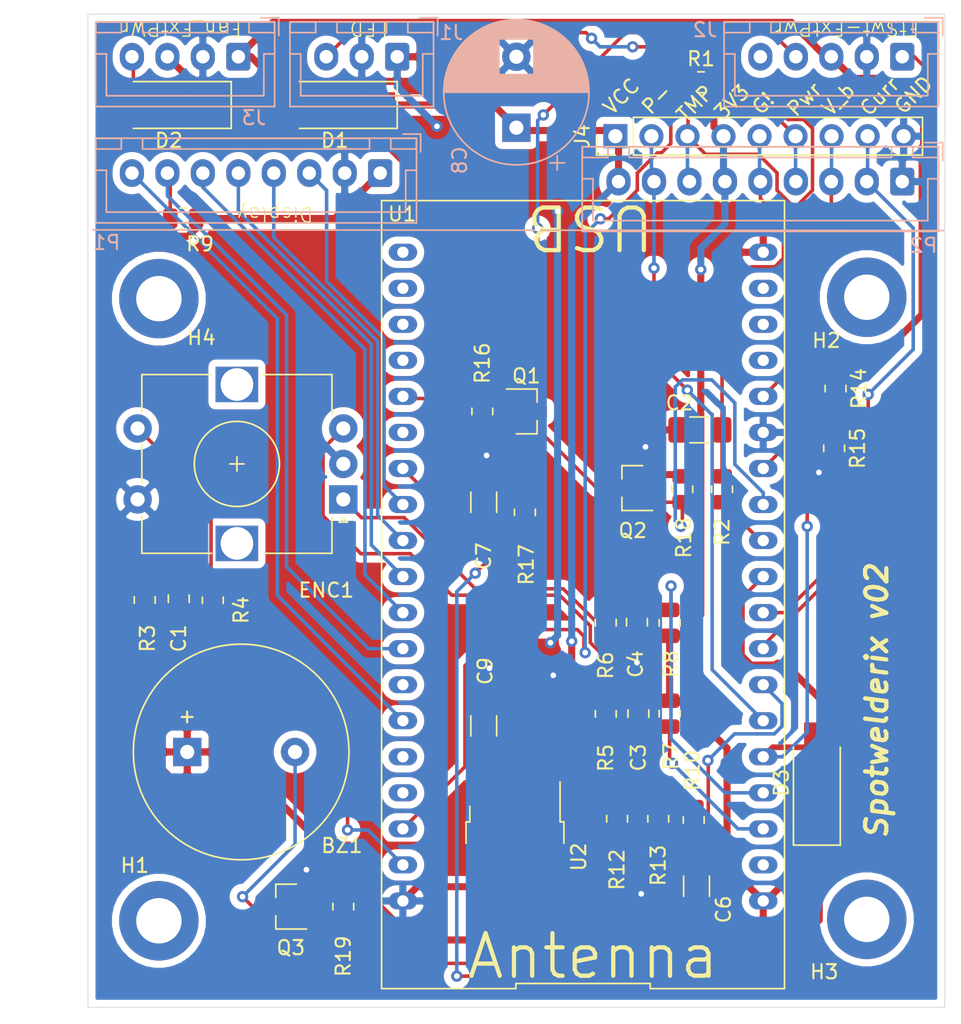
<source format=kicad_pcb>
(kicad_pcb (version 20171130) (host pcbnew "(5.1.9)-1")
  (title_block (title "Spotwelderix controlboard") (date 2021-01-30) (rev v01))
  (layers (0 F.Cu signal) (31 B.Cu signal) (34 B.Paste user) (35 F.Paste user) (36 B.SilkS user) (37 F.SilkS user) (38 B.Mask user) (39 F.Mask user) (44 Edge.Cuts user))
  (net 0 "")
  (net 1 "Net-(BZ1-Pad2)")
  (net 2 +5V)
  (net 3 GND)
  (net 4 VCC)
  (net 5 "Net-(P1-Pad8)")
  (net 6 "Net-(P1-Pad7)")
  (net 7 "Net-(P1-Pad6)")
  (net 8 "Net-(P1-Pad5)")
  (net 9 "Net-(P1-Pad4)")
  (net 10 "Net-(P1-Pad3)")
  (net 11 +3V3)
  (net 12 Dallas)
  (net 13 Gate_logic)
  (net 14 FAN)
  (net 15 BUZZ)
  (net 16 UI_RotEnc_Push)
  (net 17 UI_RotEnc_A)
  (net 18 UI_RotEnc_B)
  (net 19 "Net-(U1-Pad20)")
  (net 20 "Net-(U1-Pad21)")
  (net 21 "Net-(U1-Pad17)")
  (net 22 "Net-(U1-Pad22)")
  (net 23 "Net-(U1-Pad16)")
  (net 24 "Net-(U1-Pad32)")
  (net 25 "Net-(U1-Pad34)")
  (net 26 "Net-(U1-Pad35)")
  (net 27 "Net-(U1-Pad2)")
  (net 28 ExtPower)
  (net 29 LED)
  (net 30 FAN_GND)
  (net 31 "Net-(U1-Pad23)")
  (net 32 "Net-(U1-Pad25)")
  (net 33 "Net-(ENC1-PadA)")
  (net 34 "Net-(ENC1-PadB)")
  (net 35 "Net-(ENC1-PadS2)")
  (net 36 FootSwitch)
  (net 37 Shuntvoltage)
  (net 38 EnableSupply)
  (net 39 ChargerEna)
  (net 40 ProbeADC)
  (net 41 VCC_ADC)
  (net 42 ExtPWRADC)
  (net 43 "Net-(J2-Pad5)")
  (net 44 "Net-(J2-Pad4)")
  (net 45 "Net-(J2-Pad1)")
  (net 46 "Net-(U1-Pad18)")
  (net 47 "Net-(R2-Pad2)")
  (net 48 "Net-(R10-Pad2)")
  (net 49 Probe_diff)
  (module Diode_SMD:D_SMA_Handsoldering (layer F.Cu) (at 76.581 74.168 90)
    (fp_text reference D3 (at 0 -2.5 90) (layer F.SilkS))
    (fp_text value D_Schottky)
    (pad 2 smd rect (at 2.5 0 90) (size 3.5 1.8) (layers F.Cu F.Paste F.Mask) (net 49 Probe_diff))
    (pad 1 smd rect (at -2.5 0 90) (size 3.5 1.8) (layers F.Cu F.Paste F.Mask) (net 11 +3V3))
  )
  (module Rotary_Encoder:RotaryEncoder_Alps_EC12E-Switch_Vertical_H20mm (layer F.Cu) (at 43.2 54.2 180)
    (fp_text reference ENC1 (at 1.2 -6.4) (layer F.SilkS))
    (fp_text value "EC12D1524403 ")
    (pad S2 thru_hole circle (at 14.5 5 180) (size 2 2) (drill 1) (layers *.Cu *.Mask) (net 35 "Net-(ENC1-PadS2)"))
    (pad S1 thru_hole circle (at 14.5 0 180) (size 2 2) (drill 1) (layers *.Cu *.Mask) (net 3 GND))
    (pad MP thru_hole rect (at 7.5 8.1 180) (size 3 2.5) (drill 2.3) (layers *.Cu *.Mask))
    (pad MP thru_hole rect (at 7.5 -3.1 180) (size 3 2.5) (drill 2.3) (layers *.Cu *.Mask))
    (pad B thru_hole circle (at 0 5 180) (size 2 2) (drill 1) (layers *.Cu *.Mask) (net 34 "Net-(ENC1-PadB)"))
    (pad C thru_hole circle (at 0 2.5 180) (size 2 2) (drill 1) (layers *.Cu *.Mask) (net 3 GND))
    (pad A thru_hole rect (at 0 0 180) (size 2 2) (drill 1) (layers *.Cu *.Mask) (net 33 "Net-(ENC1-PadA)"))
  )
  (module Resistor_SMD:R_0805_2012Metric (layer F.Cu) (at 67.9 76.8 90)
    (fp_text reference R10 (at 3.5 -0.1 90) (layer F.SilkS))
    (fp_text value 47k)
    (pad 2 smd roundrect (at 0.9125 0 90) (size 1.025 1.4) (layers F.Cu F.Paste F.Mask) (roundrect_rratio 0.243902) (net 48 "Net-(R10-Pad2)"))
    (pad 1 smd roundrect (at -0.9125 0 90) (size 1.025 1.4) (layers F.Cu F.Paste F.Mask) (roundrect_rratio 0.243902) (net 41 VCC_ADC))
  )
  (module Connector_JST:JST_XH_B8B-XH-A_1x08_P2.50mm_Vertical (layer B.Cu) (at 45.8 31.2 180)
    (fp_text reference P1 (at 19.3 -4.9 180) (layer B.SilkS) (effects (justify mirror)))
    (fp_text value Display)
    (pad 8 thru_hole oval (at 17.5 0 180) (size 1.7 1.95) (drill 0.95) (layers *.Cu *.Mask) (net 5 "Net-(P1-Pad8)"))
    (pad 7 thru_hole oval (at 15 0 180) (size 1.7 1.95) (drill 0.95) (layers *.Cu *.Mask) (net 6 "Net-(P1-Pad7)"))
    (pad 6 thru_hole oval (at 12.5 0 180) (size 1.7 1.95) (drill 0.95) (layers *.Cu *.Mask) (net 7 "Net-(P1-Pad6)"))
    (pad 5 thru_hole oval (at 10 0 180) (size 1.7 1.95) (drill 0.95) (layers *.Cu *.Mask) (net 8 "Net-(P1-Pad5)"))
    (pad 4 thru_hole oval (at 7.5 0 180) (size 1.7 1.95) (drill 0.95) (layers *.Cu *.Mask) (net 9 "Net-(P1-Pad4)"))
    (pad 3 thru_hole oval (at 5 0 180) (size 1.7 1.95) (drill 0.95) (layers *.Cu *.Mask) (net 10 "Net-(P1-Pad3)"))
    (pad 2 thru_hole oval (at 2.5 0 180) (size 1.7 1.95) (drill 0.95) (layers *.Cu *.Mask) (net 3 GND))
    (pad 1 thru_hole roundrect (at 0 0 180) (size 1.7 1.95) (drill 0.95) (layers *.Cu *.Mask) (roundrect_rratio 0.147059) (net 11 +3V3))
  )
  (module Connector_JST:JST_XH_B5B-XH-A_1x05_P2.50mm_Vertical (layer B.Cu) (at 82.6 23 180)
    (fp_text reference J2 (at 13.9 1.9) (layer B.SilkS) (effects (justify mirror)))
    (fp_text value ChargerPower)
    (pad 5 thru_hole oval (at 10 0 180) (size 1.7 1.95) (drill 0.95) (layers *.Cu *.Mask) (net 43 "Net-(J2-Pad5)"))
    (pad 4 thru_hole oval (at 7.5 0 180) (size 1.7 1.95) (drill 0.95) (layers *.Cu *.Mask) (net 44 "Net-(J2-Pad4)"))
    (pad 3 thru_hole oval (at 5 0 180) (size 1.7 1.95) (drill 0.95) (layers *.Cu *.Mask) (net 28 ExtPower))
    (pad 2 thru_hole oval (at 2.5 0 180) (size 1.7 1.95) (drill 0.95) (layers *.Cu *.Mask) (net 3 GND))
    (pad 1 thru_hole roundrect (at 0 0 180) (size 1.7 1.95) (drill 0.95) (layers *.Cu *.Mask) (roundrect_rratio 0.147059) (net 45 "Net-(J2-Pad1)"))
  )
  (module Package_TO_SOT_SMD:TO-252-2 (layer F.Cu) (at 55.3 79.4 270)
    (fp_text reference U2 (at 0 -4.5 90) (layer F.SilkS))
    (fp_text value LM7805M_TO263)
    (pad 1 smd rect (at -4.2 -2.28 270) (size 2.2 1.2) (layers F.Cu F.Paste F.Mask) (net 4 VCC))
    (pad 3 smd rect (at -4.2 2.28 270) (size 2.2 1.2) (layers F.Cu F.Paste F.Mask) (net 2 +5V))
    (pad 2 smd rect (at 2.1 0 270) (size 6.4 5.8) (layers F.Cu F.Mask) (net 3 GND))
  )
  (module Resistor_SMD:R_0805_2012Metric (layer F.Cu) (at 43.2 82.9 90)
    (fp_text reference R19 (at -3.5 0 90) (layer F.SilkS))
    (fp_text value 10k)
    (pad 2 smd roundrect (at 0.9125 0 90) (size 1.025 1.4) (layers F.Cu F.Paste F.Mask) (roundrect_rratio 0.243902) (net 3 GND))
    (pad 1 smd roundrect (at -0.9125 0 90) (size 1.025 1.4) (layers F.Cu F.Paste F.Mask) (roundrect_rratio 0.243902) (net 15 BUZZ))
  )
  (module Resistor_SMD:R_0805_2012Metric (layer F.Cu) (at 67.1 53.4875 90)
    (fp_text reference R18 (at -3.4125 0.1 90) (layer F.SilkS))
    (fp_text value 10k)
    (pad 2 smd roundrect (at 0.9125 0 90) (size 1.025 1.4) (layers F.Cu F.Paste F.Mask) (roundrect_rratio 0.243902) (net 3 GND))
    (pad 1 smd roundrect (at -0.9125 0 90) (size 1.025 1.4) (layers F.Cu F.Paste F.Mask) (roundrect_rratio 0.243902) (net 14 FAN))
  )
  (module Resistor_SMD:R_0805_2012Metric (layer F.Cu) (at 53 48 270)
    (fp_text reference R16 (at -3.4 0 90) (layer F.SilkS))
    (fp_text value 10k)
    (pad 2 smd roundrect (at 0.9125 0 270) (size 1.025 1.4) (layers F.Cu F.Paste F.Mask) (roundrect_rratio 0.243902) (net 3 GND))
    (pad 1 smd roundrect (at -0.9125 0 270) (size 1.025 1.4) (layers F.Cu F.Paste F.Mask) (roundrect_rratio 0.243902) (net 39 ChargerEna))
  )
  (module Resistor_SMD:R_0805_2012Metric (layer F.Cu) (at 31.9125 34.4)
    (fp_text reference R9 (at 1.1875 1.8) (layer F.SilkS))
    (fp_text value 2.5k)
    (pad 2 smd roundrect (at 0.9125 0) (size 1.025 1.4) (layers F.Cu F.Paste F.Mask) (roundrect_rratio 0.243902) (net 11 +3V3))
    (pad 1 smd roundrect (at -0.9125 0) (size 1.025 1.4) (layers F.Cu F.Paste F.Mask) (roundrect_rratio 0.243902) (net 6 "Net-(P1-Pad7)"))
  )
  (module Resistor_SMD:R_0805_2012Metric (layer F.Cu) (at 66.2 62.9 270)
    (fp_text reference R8 (at 2.9 -0.1 90) (layer F.SilkS))
    (fp_text value 2.5k)
    (pad 2 smd roundrect (at 0.9125 0 270) (size 1.025 1.4) (layers F.Cu F.Paste F.Mask) (roundrect_rratio 0.243902) (net 11 +3V3))
    (pad 1 smd roundrect (at -0.9125 0 270) (size 1.025 1.4) (layers F.Cu F.Paste F.Mask) (roundrect_rratio 0.243902) (net 17 UI_RotEnc_A))
  )
  (module Resistor_SMD:R_0805_2012Metric (layer F.Cu) (at 66.2 69.3 90)
    (fp_text reference R7 (at -3 0.1 90) (layer F.SilkS))
    (fp_text value 2.5k)
    (pad 2 smd roundrect (at 0.9125 0 90) (size 1.025 1.4) (layers F.Cu F.Paste F.Mask) (roundrect_rratio 0.243902) (net 11 +3V3))
    (pad 1 smd roundrect (at -0.9125 0 90) (size 1.025 1.4) (layers F.Cu F.Paste F.Mask) (roundrect_rratio 0.243902) (net 18 UI_RotEnc_B))
  )
  (module Resistor_SMD:R_0805_2012Metric (layer F.Cu) (at 29.2 61.2875 90)
    (fp_text reference R3 (at -2.7125 0.2 90) (layer F.SilkS))
    (fp_text value 2.5k)
    (pad 2 smd roundrect (at 0.9125 0 90) (size 1.025 1.4) (layers F.Cu F.Paste F.Mask) (roundrect_rratio 0.243902) (net 11 +3V3))
    (pad 1 smd roundrect (at -0.9125 0 90) (size 1.025 1.4) (layers F.Cu F.Paste F.Mask) (roundrect_rratio 0.243902) (net 16 UI_RotEnc_Push))
  )
  (module Resistor_SMD:R_0805_2012Metric (layer F.Cu) (at 69.9 53.4875 270)
    (fp_text reference R2 (at 3.0125 0 90) (layer F.SilkS))
    (fp_text value 100)
    (pad 2 smd roundrect (at 0.9125 0 270) (size 1.025 1.4) (layers F.Cu F.Paste F.Mask) (roundrect_rratio 0.243902) (net 47 "Net-(R2-Pad2)"))
    (pad 1 smd roundrect (at -0.9125 0 270) (size 1.025 1.4) (layers F.Cu F.Paste F.Mask) (roundrect_rratio 0.243902) (net 13 Gate_logic))
  )
  (module Resistor_SMD:R_0805_2012Metric (layer F.Cu) (at 68.4125 24.8)
    (fp_text reference R1 (at 0 -1.65) (layer F.SilkS))
    (fp_text value 2.5k)
    (pad 2 smd roundrect (at 0.9125 0) (size 1.025 1.4) (layers F.Cu F.Paste F.Mask) (roundrect_rratio 0.243902) (net 11 +3V3))
    (pad 1 smd roundrect (at -0.9125 0) (size 1.025 1.4) (layers F.Cu F.Paste F.Mask) (roundrect_rratio 0.243902) (net 12 Dallas))
  )
  (module Connector_PinHeader_2.54mm:PinHeader_1x09_P2.54mm_Vertical (layer F.Cu) (at 62.38 28.6 90)
    (fp_text reference J4 (at 0 -2.33 90) (layer F.SilkS))
    (fp_text value Testpin)
    (pad 9 thru_hole oval (at 0 20.32 90) (size 1.7 1.7) (drill 1) (layers *.Cu *.Mask) (net 3 GND))
    (pad 8 thru_hole oval (at 0 17.78 90) (size 1.7 1.7) (drill 1) (layers *.Cu *.Mask) (net 37 Shuntvoltage))
    (pad 7 thru_hole oval (at 0 15.24 90) (size 1.7 1.7) (drill 1) (layers *.Cu *.Mask) (net 49 Probe_diff))
    (pad 6 thru_hole oval (at 0 12.7 90) (size 1.7 1.7) (drill 1) (layers *.Cu *.Mask) (net 38 EnableSupply))
    (pad 5 thru_hole oval (at 0 10.16 90) (size 1.7 1.7) (drill 1) (layers *.Cu *.Mask) (net 13 Gate_logic))
    (pad 4 thru_hole oval (at 0 7.62 90) (size 1.7 1.7) (drill 1) (layers *.Cu *.Mask) (net 2 +5V))
    (pad 3 thru_hole oval (at 0 5.08 90) (size 1.7 1.7) (drill 1) (layers *.Cu *.Mask) (net 12 Dallas))
    (pad 2 thru_hole oval (at 0 2.54 90) (size 1.7 1.7) (drill 1) (layers *.Cu *.Mask) (net 40 ProbeADC))
    (pad 1 thru_hole rect (at 0 0 90) (size 1.7 1.7) (drill 1) (layers *.Cu *.Mask) (net 4 VCC))
  )
  (module Diode_SMD:D_SMA_Handsoldering (layer F.Cu) (at 30.9 26.4 180)
    (fp_text reference D2 (at 0 -2.5) (layer F.SilkS))
    (fp_text value D)
    (pad 2 smd rect (at 2.5 0 180) (size 3.5 1.8) (layers F.Cu F.Paste F.Mask) (net 30 FAN_GND))
    (pad 1 smd rect (at -2.5 0 180) (size 3.5 1.8) (layers F.Cu F.Paste F.Mask) (net 4 VCC))
  )
  (module Diode_SMD:D_SMA_Handsoldering (layer F.Cu) (at 42.6 26.4 180)
    (fp_text reference D1 (at 0 -2.5) (layer F.SilkS))
    (fp_text value D)
    (pad 2 smd rect (at 2.5 0 180) (size 3.5 1.8) (layers F.Cu F.Paste F.Mask) (net 28 ExtPower))
    (pad 1 smd rect (at -2.5 0 180) (size 3.5 1.8) (layers F.Cu F.Paste F.Mask) (net 4 VCC))
  )
  (module Capacitor_SMD:C_1206_3216Metric_Pad1.33x1.80mm_HandSolder (layer F.Cu) (at 53.1 70.1625 90)
    (fp_text reference C9 (at 3.8625 0.1 90) (layer F.SilkS))
    (fp_text value 10µ)
    (pad 2 smd roundrect (at 1.5625 0 90) (size 1.325 1.8) (layers F.Cu F.Paste F.Mask) (roundrect_rratio 0.188679) (net 3 GND))
    (pad 1 smd roundrect (at -1.5625 0 90) (size 1.325 1.8) (layers F.Cu F.Paste F.Mask) (roundrect_rratio 0.188679) (net 2 +5V))
  )
  (module Capacitor_SMD:C_1206_3216Metric_Pad1.33x1.80mm_HandSolder (layer F.Cu) (at 53.1 54.4 90)
    (fp_text reference C7 (at -3.8 0 90) (layer F.SilkS))
    (fp_text value 100p)
    (pad 2 smd roundrect (at 1.5625 0 90) (size 1.325 1.8) (layers F.Cu F.Paste F.Mask) (roundrect_rratio 0.188679) (net 3 GND))
    (pad 1 smd roundrect (at -1.5625 0 90) (size 1.325 1.8) (layers F.Cu F.Paste F.Mask) (roundrect_rratio 0.188679) (net 36 FootSwitch))
  )
  (module Capacitor_SMD:C_1206_3216Metric_Pad1.33x1.80mm_HandSolder (layer F.Cu) (at 68.1 81.4625 270)
    (fp_text reference C6 (at 1.6375 -1.9 90) (layer F.SilkS))
    (fp_text value 470p)
    (pad 2 smd roundrect (at 1.5625 0 270) (size 1.325 1.8) (layers F.Cu F.Paste F.Mask) (roundrect_rratio 0.188679) (net 3 GND))
    (pad 1 smd roundrect (at -1.5625 0 270) (size 1.325 1.8) (layers F.Cu F.Paste F.Mask) (roundrect_rratio 0.188679) (net 41 VCC_ADC))
  )
  (module Capacitor_SMD:C_1206_3216Metric_Pad1.33x1.80mm_HandSolder (layer F.Cu) (at 68.3375 49.3 180)
    (fp_text reference C2 (at 1.4375 1.9) (layer F.SilkS))
    (fp_text value 10n)
    (pad 2 smd roundrect (at 1.5625 0 180) (size 1.325 1.8) (layers F.Cu F.Paste F.Mask) (roundrect_rratio 0.188679) (net 3 GND))
    (pad 1 smd roundrect (at -1.5625 0 180) (size 1.325 1.8) (layers F.Cu F.Paste F.Mask) (roundrect_rratio 0.188679) (net 13 Gate_logic))
  )
  (module my_parts:ESP32_NODEMCU (layer F.Cu) (at 60.1 59.64 90)
    (fp_text reference U1 (at 25.55 -12.75) (layer F.SilkS))
    (fp_text value NodeMCU32)
    (pad 19 thru_hole oval (at 22.86 12.7 90) (size 1.2 2) (drill 0.8) (layers *.Cu *.Mask) (net 2 +5V))
    (pad 20 thru_hole oval (at 22.86 -12.7 90) (size 1.2 2) (drill 0.8) (layers *.Cu *.Mask) (net 19 "Net-(U1-Pad20)"))
    (pad 18 thru_hole oval (at 20.32 12.7 90) (size 1.2 2) (drill 0.8) (layers *.Cu *.Mask) (net 46 "Net-(U1-Pad18)"))
    (pad 21 thru_hole oval (at 20.32 -12.7 90) (size 1.2 2) (drill 0.8) (layers *.Cu *.Mask) (net 20 "Net-(U1-Pad21)"))
    (pad 17 thru_hole oval (at 17.78 12.7 90) (size 1.2 2) (drill 0.8) (layers *.Cu *.Mask) (net 21 "Net-(U1-Pad17)"))
    (pad 22 thru_hole oval (at 17.78 -12.7 90) (size 1.2 2) (drill 0.8) (layers *.Cu *.Mask) (net 22 "Net-(U1-Pad22)"))
    (pad 16 thru_hole oval (at 15.24 12.7 90) (size 1.2 2) (drill 0.8) (layers *.Cu *.Mask) (net 23 "Net-(U1-Pad16)"))
    (pad 23 thru_hole oval (at 15.24 -12.7 90) (size 1.2 2) (drill 0.8) (layers *.Cu *.Mask) (net 31 "Net-(U1-Pad23)"))
    (pad 15 thru_hole oval (at 12.7 12.7 90) (size 1.2 2) (drill 0.8) (layers *.Cu *.Mask) (net 12 Dallas))
    (pad 24 thru_hole oval (at 12.7 -12.7 90) (size 1.2 2) (drill 0.8) (layers *.Cu *.Mask) (net 39 ChargerEna))
    (pad 14 thru_hole oval (at 10.16 12.7 90) (size 1.2 2) (drill 0.8) (layers *.Cu *.Mask) (net 3 GND))
    (pad 25 thru_hole oval (at 10.16 -12.7 90) (size 1.2 2) (drill 0.8) (layers *.Cu *.Mask) (net 32 "Net-(U1-Pad25)"))
    (pad 13 thru_hole oval (at 7.62 12.7 90) (size 1.2 2) (drill 0.8) (layers *.Cu *.Mask) (net 29 LED))
    (pad 26 thru_hole oval (at 7.62 -12.7 90) (size 1.2 2) (drill 0.8) (layers *.Cu *.Mask) (net 36 FootSwitch))
    (pad 12 thru_hole oval (at 5.08 12.7 90) (size 1.2 2) (drill 0.8) (layers *.Cu *.Mask) (net 14 FAN))
    (pad 27 thru_hole oval (at 5.08 -12.7 90) (size 1.2 2) (drill 0.8) (layers *.Cu *.Mask) (net 10 "Net-(P1-Pad3)"))
    (pad 11 thru_hole oval (at 2.54 12.7 90) (size 1.2 2) (drill 0.8) (layers *.Cu *.Mask) (net 47 "Net-(R2-Pad2)"))
    (pad 28 thru_hole oval (at 2.54 -12.7 90) (size 1.2 2) (drill 0.8) (layers *.Cu *.Mask) (net 9 "Net-(P1-Pad4)"))
    (pad 10 thru_hole oval (at 0 12.7 90) (size 1.2 2) (drill 0.8) (layers *.Cu *.Mask) (net 15 BUZZ))
    (pad 29 thru_hole oval (at 0 -12.7 90) (size 1.2 2) (drill 0.8) (layers *.Cu *.Mask) (net 8 "Net-(P1-Pad5)"))
    (pad 9 thru_hole oval (at -2.54 12.7 90) (size 1.2 2) (drill 0.8) (layers *.Cu *.Mask) (net 42 ExtPWRADC))
    (pad 30 thru_hole oval (at -2.54 -12.7 90) (size 1.2 2) (drill 0.8) (layers *.Cu *.Mask) (net 7 "Net-(P1-Pad6)"))
    (pad 8 thru_hole oval (at -5.08 12.7 90) (size 1.2 2) (drill 0.8) (layers *.Cu *.Mask) (net 37 Shuntvoltage))
    (pad 31 thru_hole oval (at -5.08 -12.7 90) (size 1.2 2) (drill 0.8) (layers *.Cu *.Mask) (net 6 "Net-(P1-Pad7)"))
    (pad 7 thru_hole oval (at -7.62 12.7 90) (size 1.2 2) (drill 0.8) (layers *.Cu *.Mask) (net 41 VCC_ADC))
    (pad 32 thru_hole oval (at -7.62 -12.7 90) (size 1.2 2) (drill 0.8) (layers *.Cu *.Mask) (net 24 "Net-(U1-Pad32)"))
    (pad 6 thru_hole oval (at -10.16 12.7 90) (size 1.2 2) (drill 0.8) (layers *.Cu *.Mask) (net 40 ProbeADC))
    (pad 33 thru_hole oval (at -10.16 -12.7 90) (size 1.2 2) (drill 0.8) (layers *.Cu *.Mask) (net 5 "Net-(P1-Pad8)"))
    (pad 5 thru_hole oval (at -12.7 12.7 90) (size 1.2 2) (drill 0.8) (layers *.Cu *.Mask) (net 49 Probe_diff))
    (pad 34 thru_hole oval (at -12.7 -12.7 90) (size 1.2 2) (drill 0.8) (layers *.Cu *.Mask) (net 25 "Net-(U1-Pad34)"))
    (pad 4 thru_hole oval (at -15.24 12.7 90) (size 1.2 2) (drill 0.8) (layers *.Cu *.Mask) (net 17 UI_RotEnc_A))
    (pad 35 thru_hole oval (at -15.24 -12.7 90) (size 1.2 2) (drill 0.8) (layers *.Cu *.Mask) (net 26 "Net-(U1-Pad35)"))
    (pad 3 thru_hole oval (at -17.78 12.7 90) (size 1.2 2) (drill 0.8) (layers *.Cu *.Mask) (net 18 UI_RotEnc_B))
    (pad 36 thru_hole oval (at -17.78 -12.7 90) (size 1.2 2) (drill 0.8) (layers *.Cu *.Mask) (net 38 EnableSupply))
    (pad 2 thru_hole oval (at -20.32 12.7 90) (size 1.2 2) (drill 0.8) (layers *.Cu *.Mask) (net 27 "Net-(U1-Pad2)"))
    (pad 37 thru_hole oval (at -20.32 -12.7 90) (size 1.2 2) (drill 0.8) (layers *.Cu *.Mask) (net 16 UI_RotEnc_Push))
    (pad 1 thru_hole oval (at -22.86 12.7 90) (size 1.2 2) (drill 0.8) (layers *.Cu *.Mask) (net 11 +3V3))
    (pad 38 thru_hole oval (at -22.86 -12.7 90) (size 1.2 2) (drill 0.8) (layers *.Cu *.Mask) (net 3 GND))
  )
  (module Resistor_SMD:R_0805_2012Metric (layer F.Cu) (at 56 55.1125 270)
    (fp_text reference R17 (at 3.6875 -0.1 90) (layer F.SilkS))
    (fp_text value 10k)
    (pad 2 smd roundrect (at 0.9125 0 270) (size 1.025 1.4) (layers F.Cu F.Paste F.Mask) (roundrect_rratio 0.2439014634146341) (net 45 "Net-(J2-Pad1)"))
    (pad 1 smd roundrect (at -0.9125 0 270) (size 1.025 1.4) (layers F.Cu F.Paste F.Mask) (roundrect_rratio 0.2439014634146341) (net 36 FootSwitch))
  )
  (module Resistor_SMD:R_0805_2012Metric (layer F.Cu) (at 77.8 50.6 270)
    (fp_text reference R15 (at 0 -1.65 90) (layer F.SilkS))
    (fp_text value 2.5k)
    (pad 2 smd roundrect (at 0.9125 0 270) (size 1.025 1.4) (layers F.Cu F.Paste F.Mask) (roundrect_rratio 0.2439014634146341) (net 3 GND))
    (pad 1 smd roundrect (at -0.9125 0 270) (size 1.025 1.4) (layers F.Cu F.Paste F.Mask) (roundrect_rratio 0.2439014634146341) (net 42 ExtPWRADC))
  )
  (module Resistor_SMD:R_0805_2012Metric (layer F.Cu) (at 77.9 46.3875 270)
    (fp_text reference R14 (at 0 -1.65 90) (layer F.SilkS))
    (fp_text value 15k)
    (pad 2 smd roundrect (at 0.9125 0 270) (size 1.025 1.4) (layers F.Cu F.Paste F.Mask) (roundrect_rratio 0.2439014634146341) (net 42 ExtPWRADC))
    (pad 1 smd roundrect (at -0.9125 0 270) (size 1.025 1.4) (layers F.Cu F.Paste F.Mask) (roundrect_rratio 0.2439014634146341) (net 28 ExtPower))
  )
  (module Package_TO_SOT_SMD:SOT-23 (layer F.Cu) (at 63.6 53.4 180)
    (fp_text reference Q2 (at 0 -3) (layer F.SilkS))
    (fp_text value AO3400A)
    (pad 3 smd rect (at 1 0 180) (size 0.9 0.8) (layers F.Cu F.Paste F.Mask) (net 30 FAN_GND))
    (pad 2 smd rect (at -1 0.95 180) (size 0.9 0.8) (layers F.Cu F.Paste F.Mask) (net 3 GND))
    (pad 1 smd rect (at -1 -0.95 180) (size 0.9 0.8) (layers F.Cu F.Paste F.Mask) (net 14 FAN))
  )
  (module Package_TO_SOT_SMD:SOT-23 (layer F.Cu) (at 39.2 82.9 180)
    (fp_text reference Q3 (at -0.3 -2.9) (layer F.SilkS))
    (fp_text value AO3400A)
    (pad 3 smd rect (at 1 0 180) (size 0.9 0.8) (layers F.Cu F.Paste F.Mask) (net 1 "Net-(BZ1-Pad2)"))
    (pad 2 smd rect (at -1 0.95 180) (size 0.9 0.8) (layers F.Cu F.Paste F.Mask) (net 3 GND))
    (pad 1 smd rect (at -1 -0.95 180) (size 0.9 0.8) (layers F.Cu F.Paste F.Mask) (net 15 BUZZ))
  )
  (module Package_TO_SOT_SMD:SOT-23 (layer F.Cu) (at 56.1 48)
    (fp_text reference Q1 (at 0 -2.5) (layer F.SilkS))
    (fp_text value AO3400A)
    (pad 3 smd rect (at 1 0) (size 0.9 0.8) (layers F.Cu F.Paste F.Mask) (net 44 "Net-(J2-Pad4)"))
    (pad 2 smd rect (at -1 0.95) (size 0.9 0.8) (layers F.Cu F.Paste F.Mask) (net 3 GND))
    (pad 1 smd rect (at -1 -0.95) (size 0.9 0.8) (layers F.Cu F.Paste F.Mask) (net 39 ChargerEna))
  )
  (module Connector_JST:JST_XH_B9B-XH-A_1x09_P2.50mm_Vertical (layer B.Cu) (at 82.6 31.8 180)
    (fp_text reference P2 (at -1.5 -4.5) (layer B.SilkS) (effects (justify mirror)))
    (fp_text value CONN_01X08)
    (pad 9 thru_hole oval (at 20 0 180) (size 1.7 1.95) (drill 0.95) (layers *.Cu *.Mask) (net 4 VCC))
    (pad 8 thru_hole oval (at 17.5 0 180) (size 1.7 1.95) (drill 0.95) (layers *.Cu *.Mask) (net 40 ProbeADC))
    (pad 7 thru_hole oval (at 15 0 180) (size 1.7 1.95) (drill 0.95) (layers *.Cu *.Mask) (net 12 Dallas))
    (pad 6 thru_hole oval (at 12.5 0 180) (size 1.7 1.95) (drill 0.95) (layers *.Cu *.Mask) (net 2 +5V))
    (pad 5 thru_hole oval (at 10 0 180) (size 1.7 1.95) (drill 0.95) (layers *.Cu *.Mask) (net 13 Gate_logic))
    (pad 4 thru_hole oval (at 7.5 0 180) (size 1.7 1.95) (drill 0.95) (layers *.Cu *.Mask) (net 38 EnableSupply))
    (pad 3 thru_hole oval (at 5 0 180) (size 1.7 1.95) (drill 0.95) (layers *.Cu *.Mask) (net 49 Probe_diff))
    (pad 2 thru_hole oval (at 2.5 0 180) (size 1.7 1.95) (drill 0.95) (layers *.Cu *.Mask) (net 37 Shuntvoltage))
    (pad 1 thru_hole roundrect (at 0 0 180) (size 1.7 1.95) (drill 0.95) (layers *.Cu *.Mask) (roundrect_rratio 0.1470588235294118) (net 3 GND))
  )
  (module Connector_JST:JST_XH_B4B-XH-A_1x04_P2.50mm_Vertical (layer B.Cu) (at 35.8 23 180)
    (fp_text reference J3 (at -1.1 -4.3) (layer B.SilkS) (effects (justify mirror)))
    (fp_text value ExtPwr_FAn)
    (pad 4 thru_hole oval (at 7.5 0 180) (size 1.7 1.95) (drill 0.95) (layers *.Cu *.Mask) (net 30 FAN_GND))
    (pad 3 thru_hole oval (at 5 0 180) (size 1.7 1.95) (drill 0.95) (layers *.Cu *.Mask) (net 4 VCC))
    (pad 2 thru_hole oval (at 2.5 0 180) (size 1.7 1.95) (drill 0.95) (layers *.Cu *.Mask) (net 3 GND))
    (pad 1 thru_hole roundrect (at 0 0 180) (size 1.7 1.95) (drill 0.95) (layers *.Cu *.Mask) (roundrect_rratio 0.1470588235294118) (net 28 ExtPower))
  )
  (module Connector_JST:JST_XH_B3B-XH-A_1x03_P2.50mm_Vertical (layer B.Cu) (at 47 23 180)
    (fp_text reference J1 (at -3.8 1.7 180) (layer B.SilkS) (effects (justify mirror)))
    (fp_text value LEDs)
    (pad 3 thru_hole oval (at 5 0 180) (size 1.7 1.95) (drill 0.95) (layers *.Cu *.Mask) (net 29 LED))
    (pad 2 thru_hole oval (at 2.5 0 180) (size 1.7 1.95) (drill 0.95) (layers *.Cu *.Mask) (net 3 GND))
    (pad 1 thru_hole roundrect (at 0 0 180) (size 1.7 1.95) (drill 0.95) (layers *.Cu *.Mask) (roundrect_rratio 0.1470588235294118) (net 2 +5V))
  )
  (module Buzzer_Beeper:Buzzer_15x7.5RM7.6 (layer F.Cu) (at 32.2 72)
    (fp_text reference BZ1 (at 10.9 6.6) (layer F.SilkS))
    (fp_text value Buzzer)
    (fp_text user + (at -0.01 -2.54) (layer F.SilkS))
    (pad 2 thru_hole circle (at 7.6 0) (size 2 2) (drill 1) (layers *.Cu *.Mask) (net 1 "Net-(BZ1-Pad2)"))
    (pad 1 thru_hole rect (at 0 0) (size 2 2) (drill 1) (layers *.Cu *.Mask) (net 2 +5V))
  )
  (module Capacitor_THT:CP_Radial_D10.0mm_P5.00mm (layer B.Cu) (at 55.4 28 90)
    (fp_text reference C8 (at -2.3 -4 270) (layer B.SilkS) (effects (justify mirror)))
    (fp_text value 470µ)
    (pad 2 thru_hole circle (at 5 0 90) (size 2 2) (drill 1) (layers *.Cu *.Mask) (net 3 GND))
    (pad 1 thru_hole rect (at 0 0 90) (size 2 2) (drill 1) (layers *.Cu *.Mask) (net 4 VCC))
  )
  (module Resistor_SMD:R_0805_2012Metric (layer F.Cu) (at 34 61.3125 90)
    (fp_text reference R4 (at -0.6875 2 90) (layer F.SilkS))
    (fp_text value 100)
    (pad 2 smd roundrect (at 0.9125 0 90) (size 1.025 1.4) (layers F.Cu F.Paste F.Mask) (roundrect_rratio 0.2439014634146341) (net 35 "Net-(ENC1-PadS2)"))
    (pad 1 smd roundrect (at -0.9125 0 90) (size 1.025 1.4) (layers F.Cu F.Paste F.Mask) (roundrect_rratio 0.2439014634146341) (net 16 UI_RotEnc_Push))
  )
  (module Resistor_SMD:R_0805_2012Metric (layer F.Cu) (at 61.7 69.3125 90)
    (fp_text reference R5 (at -3.1125 0 90) (layer F.SilkS))
    (fp_text value 100)
    (pad 2 smd roundrect (at 0.9125 0 90) (size 1.025 1.4) (layers F.Cu F.Paste F.Mask) (roundrect_rratio 0.2439014634146341) (net 34 "Net-(ENC1-PadB)"))
    (pad 1 smd roundrect (at -0.9125 0 90) (size 1.025 1.4) (layers F.Cu F.Paste F.Mask) (roundrect_rratio 0.2439014634146341) (net 18 UI_RotEnc_B))
  )
  (module Capacitor_SMD:C_0805_2012Metric (layer F.Cu) (at 64 69.3 90)
    (fp_text reference C3 (at -3.1 0 90) (layer F.SilkS))
    (fp_text value 100p)
    (pad 2 smd roundrect (at 0.95 0 90) (size 1 1.45) (layers F.Cu F.Paste F.Mask) (net 3 GND))
    (pad 1 smd roundrect (at -0.95 0 90) (size 1 1.45) (layers F.Cu F.Paste F.Mask) (net 18 UI_RotEnc_B))
  )
  (module Capacitor_SMD:C_0805_2012Metric (layer F.Cu) (at 63.9 62.85 90)
    (fp_text reference C4 (at -2.95 -0.1 90) (layer F.SilkS))
    (fp_text value 100p)
    (pad 2 smd roundrect (at 0.95 0 90) (size 1 1.45) (layers F.Cu F.Paste F.Mask) (net 17 UI_RotEnc_A))
    (pad 1 smd roundrect (at -0.95 0 90) (size 1 1.45) (layers F.Cu F.Paste F.Mask) (net 3 GND))
  )
  (module Capacitor_SMD:C_0805_2012Metric (layer F.Cu) (at 31.6 61.2 90)
    (fp_text reference C1 (at -2.802 -0.008 90) (layer F.SilkS))
    (fp_text value 100p)
    (pad 2 smd roundrect (at 0.95 0 90) (size 1 1.45) (layers F.Cu F.Paste F.Mask) (net 3 GND))
    (pad 1 smd roundrect (at -0.95 0 90) (size 1 1.45) (layers F.Cu F.Paste F.Mask) (net 16 UI_RotEnc_Push))
  )
  (module Resistor_SMD:R_0805_2012Metric (layer F.Cu) (at 61.7 62.8875 270)
    (fp_text reference R6 (at 3.0125 0 90) (layer F.SilkS))
    (fp_text value 100)
    (pad 2 smd roundrect (at 0.9125 0 270) (size 1.025 1.4) (layers F.Cu F.Paste F.Mask) (roundrect_rratio 0.2439014634146341) (net 33 "Net-(ENC1-PadA)"))
    (pad 1 smd roundrect (at -0.9125 0 270) (size 1.025 1.4) (layers F.Cu F.Paste F.Mask) (roundrect_rratio 0.2439014634146341) (net 17 UI_RotEnc_A))
  )
  (module MountingHole:MountingHole_3.2mm_M3_DIN965_Pad_TopBottom (layer F.Cu) (at 80.1 83.8)
    (fp_text reference H3 (at -3 3.7) (layer F.SilkS))
    (fp_text value MountingHole)
    (pad 1 thru_hole circle (at 0 0) (size 3.6 3.6) (drill 3.2) (layers *.Cu *.Mask))
    (pad 1 connect circle (at 0 0) (size 5.6 5.6) (layers F.Cu F.Mask))
    (pad 1 connect circle (at 0 0) (size 5.6 5.6) (layers B.Cu B.Mask))
  )
  (module MountingHole:MountingHole_3.2mm_M3_DIN965_Pad_TopBottom (layer F.Cu) (at 30.2 83.9)
    (fp_text reference H1 (at -1.7 -3.9) (layer F.SilkS))
    (fp_text value MountingHole)
    (pad 1 thru_hole circle (at 0 0) (size 3.6 3.6) (drill 3.2) (layers *.Cu *.Mask))
    (pad 1 connect circle (at 0 0) (size 5.6 5.6) (layers F.Cu F.Mask))
    (pad 1 connect circle (at 0 0) (size 5.6 5.6) (layers B.Cu B.Mask))
  )
  (module MountingHole:MountingHole_3.2mm_M3_DIN965_Pad_TopBottom (layer F.Cu) (at 30.2 40.05)
    (fp_text reference H4 (at 3 2.75) (layer F.SilkS))
    (fp_text value MountingHole)
    (pad 1 thru_hole circle (at 0 0) (size 3.6 3.6) (drill 3.2) (layers *.Cu *.Mask))
    (pad 1 connect circle (at 0 0) (size 5.6 5.6) (layers F.Cu F.Mask))
    (pad 1 connect circle (at 0 0) (size 5.6 5.6) (layers B.Cu B.Mask))
  )
  (module MountingHole:MountingHole_3.2mm_M3_DIN965_Pad_TopBottom (layer F.Cu) (at 80.1 39.95)
    (fp_text reference H2 (at -2.85 3.05) (layer F.SilkS))
    (fp_text value MountingHole)
    (pad 1 thru_hole circle (at 0 0) (size 3.6 3.6) (drill 3.2) (layers *.Cu *.Mask))
    (pad 1 connect circle (at 0 0) (size 5.6 5.6) (layers F.Cu F.Mask))
    (pad 1 connect circle (at 0 0) (size 5.6 5.6) (layers B.Cu B.Mask))
  )
  (module Resistor_SMD:R_0805_2012Metric (layer F.Cu) (at 65.4 76.7125 270)
    (fp_text reference R13 (at 3.2875 0 90) (layer F.SilkS))
    (fp_text value 2.5k)
    (pad 2 smd roundrect (at 0.9125 0 270) (size 1.025 1.4) (layers F.Cu F.Paste F.Mask) (roundrect_rratio 0.2439014634146341) (net 3 GND))
    (pad 1 smd roundrect (at -0.9125 0 270) (size 1.025 1.4) (layers F.Cu F.Paste F.Mask) (roundrect_rratio 0.2439014634146341) (net 48 "Net-(R10-Pad2)"))
  )
  (module Resistor_SMD:R_0805_2012Metric (layer F.Cu) (at 62.5 76.7125 90)
    (fp_text reference R12 (at -3.5875 0 90) (layer F.SilkS))
    (fp_text value 15k)
    (pad 2 smd roundrect (at 0.9125 0 90) (size 1.025 1.4) (layers F.Cu F.Paste F.Mask) (roundrect_rratio 0.2439014634146341) (net 48 "Net-(R10-Pad2)"))
    (pad 1 smd roundrect (at -0.9125 0 90) (size 1.025 1.4) (layers F.Cu F.Paste F.Mask) (roundrect_rratio 0.2439014634146341) (net 4 VCC))
  )
  (gr_text USB (at 60.6 35 180) (layer F.SilkS) (effects (font (size 3 3) (thickness 0.3))))
  (gr_text Fan_ExtPWr (at 31.8 21 180) (layer F.SilkS) (effects (font (size 1 1) (thickness 0.1))))
  (gr_text GND (at 83.4 25.7 45) (layer F.SilkS) (effects (font (size 1 1))))
  (gr_text Curr (at 81 25.8 45) (layer F.SilkS) (effects (font (size 1 1))))
  (gr_text V_b (at 78.1 26 45) (layer F.SilkS) (effects (font (size 1 1))))
  (gr_text Pwr (at 75.7 26 45) (layer F.SilkS) (effects (font (size 1 1))))
  (gr_text G! (at 72.8 26.3 45) (layer F.SilkS) (effects (font (size 1 1))))
  (gr_text 3V3 (at 70.6 26.2 45) (layer F.SilkS) (effects (font (size 1 1))))
  (gr_text TMP (at 68 26.3 45) (layer F.SilkS) (effects (font (size 1 1))))
  (gr_text P- (at 65.3 26 45) (layer F.SilkS) (effects (font (size 1 1))))
  (gr_text VCC (at 62.8 25.8 45) (layer F.SilkS) (effects (font (size 1 1))))
  (gr_text LED (at 45 21 180) (layer F.SilkS) (effects (font (size 1 1) (thickness 0.1))))
  (gr_text FtSwt-ExtPwr (at 78.7 21 180) (layer F.SilkS) (effects (font (size 1 1) (thickness 0.1))))
  (gr_line (start 25.55 35.2) (end 85.5 35.25) (layer B.SilkS) (width 0.12))
  (gr_line (start 25.2 20) (end 25.2 90) (layer Edge.Cuts) (width 0.05))
  (gr_line (start 85.6 20) (end 25.2 20) (layer Edge.Cuts) (width 0.05))
  (gr_line (start 85.6 90) (end 85.6 20) (layer Edge.Cuts) (width 0.05))
  (gr_text Display (at 38.4 34.1 180) (layer F.SilkS) (effects (font (size 1 1) (thickness 0.1))))
  (gr_text "Antenna\n" (at 60.8 86.4) (layer F.SilkS) (effects (font (size 3 3) (thickness 0.3))))
  (gr_text "Spotwelderix v02\n" (at 80.8 68.4 90) (layer F.SilkS) (effects (font (size 1.5 1.5) (thickness 0.3) italic)))
  (gr_line (start 25.2 90) (end 85.6 90) (layer Edge.Cuts) (width 0.05))
  (via (at 36.1 82.2) (size 0.8) (drill 0.4) (layers F.Cu B.Cu) (net 1))
  (segment (start 36.8 82.9) (end 36.1 82.2) (width 0.25) (layer F.Cu) (net 1))
  (segment (start 38.2 82.9) (end 36.8 82.9) (width 0.25) (layer F.Cu) (net 1))
  (segment (start 39.8 78.5) (end 39.8 72) (width 0.25) (layer B.Cu) (net 1))
  (segment (start 36.1 82.2) (end 39.8 78.5) (width 0.25) (layer B.Cu) (net 1))
  (segment (start 72.8 36.78) (end 61.189998 36.78) (width 0.5) (layer F.Cu) (net 2))
  (via (at 57.8 64.3) (size 0.8) (drill 0.4) (layers F.Cu B.Cu) (net 2))
  (segment (start 54.55001 67.54999) (end 57.8 64.3) (width 0.5) (layer F.Cu) (net 2))
  (segment (start 54.55001 70.27499) (end 54.55001 67.54999) (width 0.5) (layer F.Cu) (net 2))
  (segment (start 53.1 71.725) (end 54.55001 70.27499) (width 0.5) (layer F.Cu) (net 2))
  (via (at 58.304999 33.895001) (size 0.8) (drill 0.4) (layers F.Cu B.Cu) (net 2))
  (segment (start 58.304999 63.795001) (end 58.304999 33.895001) (width 0.5) (layer B.Cu) (net 2))
  (segment (start 57.8 64.3) (end 58.304999 63.795001) (width 0.5) (layer B.Cu) (net 2))
  (segment (start 61.189998 36.78) (end 58.304999 33.895001) (width 0.5) (layer F.Cu) (net 2))
  (segment (start 58.304999 33.895001) (end 56.495001 33.895001) (width 0.5) (layer F.Cu) (net 2))
  (segment (start 36.321386 72) (end 32.2 72) (width 0.5) (layer F.Cu) (net 2))
  (segment (start 42.891396 78.57001) (end 36.321386 72) (width 0.5) (layer F.Cu) (net 2))
  (segment (start 49.64999 78.57001) (end 42.891396 78.57001) (width 0.5) (layer F.Cu) (net 2))
  (segment (start 53.02 75.2) (end 49.64999 78.57001) (width 0.5) (layer F.Cu) (net 2))
  (via (at 49.8 27.9) (size 0.8) (drill 0.4) (layers F.Cu B.Cu) (net 2))
  (segment (start 55.795001 33.895001) (end 49.8 27.9) (width 0.5) (layer F.Cu) (net 2))
  (segment (start 56.495001 33.895001) (end 55.795001 33.895001) (width 0.5) (layer F.Cu) (net 2))
  (segment (start 47 25.1) (end 47 23) (width 0.5) (layer B.Cu) (net 2))
  (segment (start 49.8 27.9) (end 47 25.1) (width 0.5) (layer B.Cu) (net 2))
  (via (at 53.3 51.1) (size 0.8) (drill 0.4) (layers F.Cu B.Cu) (net 3))
  (segment (start 53.1 51.3) (end 53.3 51.1) (width 0.5) (layer F.Cu) (net 3))
  (segment (start 53.1 52.8375) (end 53.1 51.3) (width 0.5) (layer F.Cu) (net 3))
  (segment (start 53 50.8) (end 53.3 51.1) (width 0.5) (layer F.Cu) (net 3))
  (segment (start 53 48.9125) (end 53 50.8) (width 0.5) (layer F.Cu) (net 3))
  (segment (start 53.0375 48.95) (end 53 48.9125) (width 0.5) (layer F.Cu) (net 3))
  (segment (start 55.1 48.95) (end 53.0375 48.95) (width 0.5) (layer F.Cu) (net 3))
  (segment (start 66.975 52.45) (end 67.1 52.575) (width 0.5) (layer F.Cu) (net 3))
  (segment (start 64.6 52.45) (end 66.975 52.45) (width 0.5) (layer F.Cu) (net 3))
  (via (at 64.5 50.5) (size 0.8) (drill 0.4) (layers F.Cu B.Cu) (net 3))
  (segment (start 64.6 50.6) (end 64.5 50.5) (width 0.5) (layer F.Cu) (net 3))
  (segment (start 64.6 52.45) (end 64.6 50.6) (width 0.5) (layer F.Cu) (net 3))
  (via (at 63.9 65.7) (size 0.8) (drill 0.4) (layers F.Cu B.Cu) (net 3))
  (segment (start 63.9 63.8) (end 63.9 65.7) (width 0.5) (layer F.Cu) (net 3))
  (segment (start 64 65.8) (end 63.9 65.7) (width 0.5) (layer F.Cu) (net 3))
  (segment (start 64 68.35) (end 64 65.8) (width 0.5) (layer F.Cu) (net 3))
  (via (at 58 66.6) (size 0.8) (drill 0.4) (layers F.Cu B.Cu) (net 3))
  (segment (start 57.7 66.9) (end 58 66.6) (width 0.5) (layer F.Cu) (net 3))
  (segment (start 57.7 68.575) (end 57.7 66.9) (width 0.5) (layer F.Cu) (net 3))
  (segment (start 53.1 66.5) (end 53.5 66.1) (width 0.5) (layer F.Cu) (net 3))
  (via (at 53.5 66.1) (size 0.8) (drill 0.4) (layers F.Cu B.Cu) (net 3))
  (segment (start 53.1 68.6) (end 53.1 66.5) (width 0.5) (layer F.Cu) (net 3))
  (segment (start 48.4 81.5) (end 47.4 82.5) (width 0.5) (layer F.Cu) (net 3))
  (segment (start 55.3 81.5) (end 48.4 81.5) (width 0.5) (layer F.Cu) (net 3))
  (segment (start 61.525 81.5) (end 65.4 77.625) (width 0.5) (layer F.Cu) (net 3))
  (segment (start 55.3 81.5) (end 61.525 81.5) (width 0.5) (layer F.Cu) (net 3))
  (via (at 64.2 82) (size 0.8) (drill 0.4) (layers F.Cu B.Cu) (net 3))
  (segment (start 63.7 81.5) (end 64.2 82) (width 0.5) (layer F.Cu) (net 3))
  (segment (start 61.525 81.5) (end 63.7 81.5) (width 0.5) (layer F.Cu) (net 3))
  (segment (start 31.6 57.1) (end 28.7 54.2) (width 0.5) (layer F.Cu) (net 3))
  (segment (start 31.6 60.25) (end 31.6 57.1) (width 0.5) (layer F.Cu) (net 3))
  (segment (start 43.1625 81.95) (end 43.2 81.9875) (width 0.5) (layer F.Cu) (net 3))
  (segment (start 40.2 81.95) (end 43.1625 81.95) (width 0.5) (layer F.Cu) (net 3))
  (via (at 40.6 80.3) (size 0.8) (drill 0.4) (layers F.Cu B.Cu) (net 3))
  (segment (start 40.2 80.7) (end 40.6 80.3) (width 0.5) (layer F.Cu) (net 3))
  (segment (start 40.2 81.95) (end 40.2 80.7) (width 0.5) (layer F.Cu) (net 3))
  (segment (start 77.7 51.6125) (end 77.8 51.5125) (width 0.5) (layer F.Cu) (net 3))
  (via (at 76.725 52.3) (size 0.8) (drill 0.4) (layers F.Cu B.Cu) (net 3))
  (segment (start 77.5125 51.5125) (end 76.725 52.3) (width 0.5) (layer F.Cu) (net 3))
  (segment (start 77.8 51.5125) (end 77.5125 51.5125) (width 0.5) (layer F.Cu) (net 3))
  (segment (start 52.900001 50.700001) (end 53.3 51.1) (width 0.5) (layer F.Cu) (net 3))
  (segment (start 65.7 49.3) (end 64.5 50.5) (width 0.5) (layer F.Cu) (net 3))
  (segment (start 66.775 49.3) (end 65.7 49.3) (width 0.5) (layer F.Cu) (net 3))
  (segment (start 65.225 83.025) (end 64.2 82) (width 0.25) (layer F.Cu) (net 3))
  (segment (start 68.1 83.025) (end 65.225 83.025) (width 0.25) (layer F.Cu) (net 3))
  (segment (start 57.58 71.82) (end 57.7 71.7) (width 0.5) (layer F.Cu) (net 4))
  (segment (start 57.58 75.2) (end 57.58 71.82) (width 0.5) (layer F.Cu) (net 4))
  (via (at 59.3 64.2) (size 0.8) (drill 0.4) (layers F.Cu B.Cu) (net 4))
  (segment (start 59.3 70.1) (end 59.3 64.2) (width 0.5) (layer F.Cu) (net 4))
  (segment (start 57.7 71.7) (end 59.3 70.1) (width 0.5) (layer F.Cu) (net 4))
  (segment (start 59.3 35.1) (end 62.6 31.8) (width 0.5) (layer B.Cu) (net 4))
  (segment (start 59.3 64.2) (end 59.3 35.1) (width 0.5) (layer B.Cu) (net 4))
  (segment (start 60.005 77.625) (end 62.5 77.625) (width 0.5) (layer F.Cu) (net 4))
  (segment (start 57.58 75.2) (end 60.005 77.625) (width 0.5) (layer F.Cu) (net 4))
  (segment (start 62.6 28.58) (end 62.22 28.2) (width 0.5) (layer F.Cu) (net 4))
  (segment (start 62.6 31.8) (end 62.6 28.58) (width 0.5) (layer F.Cu) (net 4))
  (segment (start 55.6 28.2) (end 55.4 28) (width 0.5) (layer F.Cu) (net 4))
  (segment (start 62.22 28.2) (end 55.6 28.2) (width 0.5) (layer F.Cu) (net 4))
  (segment (start 33.4 25.6) (end 30.8 23) (width 0.5) (layer F.Cu) (net 4))
  (segment (start 33.4 26.4) (end 33.4 25.6) (width 0.5) (layer F.Cu) (net 4))
  (segment (start 43.649999 27.850001) (end 45.1 26.4) (width 0.5) (layer F.Cu) (net 4))
  (segment (start 34.850001 27.850001) (end 43.649999 27.850001) (width 0.5) (layer F.Cu) (net 4))
  (segment (start 33.4 26.4) (end 34.850001 27.850001) (width 0.5) (layer F.Cu) (net 4))
  (segment (start 53.8 26.4) (end 55.4 28) (width 0.5) (layer F.Cu) (net 4))
  (segment (start 45.1 26.4) (end 53.8 26.4) (width 0.5) (layer F.Cu) (net 4))
  (segment (start 38.55 41.45) (end 28.3 31.2) (width 0.25) (layer B.Cu) (net 5))
  (segment (start 38.55 60.95) (end 40.4 62.8) (width 0.25) (layer B.Cu) (net 5))
  (segment (start 38.55 41.45) (end 38.55 60.95) (width 0.25) (layer B.Cu) (net 5))
  (segment (start 47.4 69.8) (end 40.4 62.8) (width 0.25) (layer B.Cu) (net 5))
  (segment (start 30.8 31.2) (end 30.8 32.8) (width 0.25) (layer B.Cu) (net 6))
  (segment (start 31 31.4) (end 30.8 31.2) (width 0.25) (layer F.Cu) (net 6))
  (segment (start 31 34.4) (end 31 31.4) (width 0.25) (layer F.Cu) (net 6))
  (segment (start 39.2 41.2) (end 39.2 58.94) (width 0.25) (layer B.Cu) (net 6))
  (segment (start 44.98 64.72) (end 47.4 64.72) (width 0.25) (layer B.Cu) (net 6))
  (segment (start 39.2 58.94) (end 44.98 64.72) (width 0.25) (layer B.Cu) (net 6))
  (segment (start 30.8 32.8) (end 39.2 41.2) (width 0.25) (layer B.Cu) (net 6))
  (segment (start 44.72496 59.50496) (end 44.72496 43.62496) (width 0.25) (layer B.Cu) (net 7))
  (segment (start 47.4 62.18) (end 44.72496 59.50496) (width 0.25) (layer B.Cu) (net 7))
  (segment (start 33.3 32.2) (end 33.3 31.2) (width 0.25) (layer B.Cu) (net 7))
  (segment (start 44.72496 43.62496) (end 33.3 32.2) (width 0.25) (layer B.Cu) (net 7))
  (segment (start 45.17497 57.41497) (end 45.17497 43.24779) (width 0.25) (layer B.Cu) (net 8))
  (segment (start 47.4 59.64) (end 45.17497 57.41497) (width 0.25) (layer B.Cu) (net 8))
  (segment (start 35.8 33.87282) (end 35.8 31.2) (width 0.25) (layer B.Cu) (net 8))
  (segment (start 45.17497 43.24779) (end 35.8 33.87282) (width 0.25) (layer B.Cu) (net 8))
  (segment (start 47.4 57.1) (end 45.62498 55.32498) (width 0.25) (layer B.Cu) (net 9))
  (segment (start 38.3 35.73641) (end 38.3 31.2) (width 0.25) (layer B.Cu) (net 9))
  (segment (start 45.62498 43.06139) (end 38.3 35.73641) (width 0.25) (layer B.Cu) (net 9))
  (segment (start 45.62498 55.32498) (end 45.62498 43.06139) (width 0.25) (layer B.Cu) (net 9))
  (segment (start 46.07499 53.23499) (end 46.07499 42.87499) (width 0.25) (layer B.Cu) (net 10))
  (segment (start 47.4 54.56) (end 46.07499 53.23499) (width 0.25) (layer B.Cu) (net 10))
  (segment (start 42.02499 32.42499) (end 40.8 31.2) (width 0.25) (layer B.Cu) (net 10))
  (segment (start 42.02499 38.82499) (end 42.02499 32.42499) (width 0.25) (layer B.Cu) (net 10))
  (segment (start 46.07499 42.87499) (end 42.02499 38.82499) (width 0.25) (layer B.Cu) (net 10))
  (segment (start 70 31.7) (end 70.1 31.8) (width 0.5) (layer B.Cu) (net 11))
  (segment (start 70 28.6) (end 70 31.7) (width 0.5) (layer B.Cu) (net 11))
  (segment (start 68.4 62.3125) (end 68.4 38) (width 0.5) (layer F.Cu) (net 11))
  (via (at 68.4 38) (size 0.8) (drill 0.4) (layers F.Cu B.Cu) (net 11))
  (segment (start 66.9 63.8125) (end 68.4 62.3125) (width 0.5) (layer F.Cu) (net 11))
  (segment (start 66.2 63.8125) (end 66.9 63.8125) (width 0.5) (layer F.Cu) (net 11))
  (segment (start 68.4 38) (end 68.4 36.5) (width 0.5) (layer B.Cu) (net 11))
  (segment (start 70.1 34.8) (end 70.1 31.8) (width 0.5) (layer B.Cu) (net 11))
  (segment (start 68.4 36.5) (end 70.1 34.8) (width 0.5) (layer B.Cu) (net 11))
  (segment (start 69.325 27.925) (end 70 28.6) (width 0.5) (layer F.Cu) (net 11))
  (segment (start 69.325 24.8) (end 69.325 27.925) (width 0.5) (layer F.Cu) (net 11))
  (segment (start 32.825 35.1) (end 32.825 34.4) (width 0.5) (layer F.Cu) (net 11))
  (segment (start 29.141988 35.65001) (end 32.27499 35.65001) (width 0.5) (layer F.Cu) (net 11))
  (segment (start 26.449999 38.341999) (end 29.141988 35.65001) (width 0.5) (layer F.Cu) (net 11))
  (segment (start 26.449999 57.624999) (end 26.449999 38.341999) (width 0.5) (layer F.Cu) (net 11))
  (segment (start 32.27499 35.65001) (end 32.825 35.1) (width 0.5) (layer F.Cu) (net 11))
  (segment (start 29.2 60.375) (end 26.449999 57.624999) (width 0.5) (layer F.Cu) (net 11))
  (segment (start 42.6 34.4) (end 45.8 31.2) (width 0.5) (layer F.Cu) (net 11))
  (segment (start 32.825 34.4) (end 42.6 34.4) (width 0.5) (layer F.Cu) (net 11))
  (segment (start 70.25001 71.73751) (end 66.9 68.3875) (width 0.5) (layer F.Cu) (net 11))
  (segment (start 70.25001 79.95001) (end 70.25001 71.73751) (width 0.5) (layer F.Cu) (net 11))
  (segment (start 66.9 68.3875) (end 66.2 68.3875) (width 0.5) (layer F.Cu) (net 11))
  (segment (start 72.8 82.5) (end 70.25001 79.95001) (width 0.5) (layer F.Cu) (net 11))
  (segment (start 66.2 68.3875) (end 66.2 63.8125) (width 0.5) (layer F.Cu) (net 11))
  (segment (start 72.8 82.5) (end 72.8 83.7) (width 0.5) (layer F.Cu) (net 11))
  (segment (start 44.45001 81.260008) (end 39.090002 75.9) (width 0.5) (layer F.Cu) (net 11))
  (segment (start 44.45001 81.576369) (end 44.45001 81.260008) (width 0.5) (layer F.Cu) (net 11))
  (segment (start 71.249999 85.250001) (end 48.123642 85.250001) (width 0.5) (layer F.Cu) (net 11))
  (segment (start 48.123642 85.250001) (end 44.45001 81.576369) (width 0.5) (layer F.Cu) (net 11))
  (segment (start 72.8 83.7) (end 71.249999 85.250001) (width 0.5) (layer F.Cu) (net 11))
  (segment (start 28.5 60.375) (end 29.2 60.375) (width 0.5) (layer F.Cu) (net 11))
  (segment (start 27.94999 60.92501) (end 28.5 60.375) (width 0.5) (layer F.Cu) (net 11))
  (segment (start 33.109998 75.9) (end 27.94999 70.739992) (width 0.5) (layer F.Cu) (net 11))
  (segment (start 27.94999 70.739992) (end 27.94999 60.92501) (width 0.5) (layer F.Cu) (net 11))
  (segment (start 39.090002 75.9) (end 33.109998 75.9) (width 0.5) (layer F.Cu) (net 11))
  (segment (start 72.999 82.5) (end 72.8 82.5) (width 0.5) (layer F.Cu) (net 11))
  (segment (start 76.581 78.918) (end 72.999 82.5) (width 0.5) (layer F.Cu) (net 11))
  (segment (start 76.581 76.668) (end 76.581 78.918) (width 0.5) (layer F.Cu) (net 11))
  (segment (start 67.46 31.66) (end 67.6 31.8) (width 0.25) (layer B.Cu) (net 12))
  (segment (start 67.46 28.6) (end 67.46 31.66) (width 0.25) (layer B.Cu) (net 12))
  (segment (start 73.77501 31.188295) (end 72.461716 29.875001) (width 0.25) (layer F.Cu) (net 12))
  (segment (start 73.77501 32.411705) (end 73.77501 31.188295) (width 0.25) (layer F.Cu) (net 12))
  (segment (start 74.675019 33.311714) (end 73.77501 32.411705) (width 0.25) (layer F.Cu) (net 12))
  (segment (start 74.675019 45.064981) (end 74.675019 33.311714) (width 0.25) (layer F.Cu) (net 12))
  (segment (start 68.735001 29.875001) (end 67.46 28.6) (width 0.25) (layer F.Cu) (net 12))
  (segment (start 72.461716 29.875001) (end 68.735001 29.875001) (width 0.25) (layer F.Cu) (net 12))
  (segment (start 72.8 46.94) (end 74.675019 45.064981) (width 0.25) (layer F.Cu) (net 12))
  (segment (start 67.5 28.56) (end 67.46 28.6) (width 0.25) (layer F.Cu) (net 12))
  (segment (start 67.5 24.8) (end 67.5 28.56) (width 0.25) (layer F.Cu) (net 12))
  (segment (start 73.624573 37.80501) (end 74.22501 37.204573) (width 0.25) (layer F.Cu) (net 13))
  (segment (start 71.975427 37.80501) (end 73.624573 37.80501) (width 0.25) (layer F.Cu) (net 13))
  (segment (start 72.6 33) (end 74.22501 34.62501) (width 0.25) (layer F.Cu) (net 13))
  (segment (start 72.6 31.8) (end 72.6 33) (width 0.25) (layer F.Cu) (net 13))
  (segment (start 74.22501 37.204573) (end 74.22501 34.62501) (width 0.25) (layer F.Cu) (net 13))
  (segment (start 72.54 31.74) (end 72.6 31.8) (width 0.25) (layer B.Cu) (net 13))
  (segment (start 72.54 28.6) (end 72.54 31.74) (width 0.25) (layer B.Cu) (net 13))
  (segment (start 69.9 52.575) (end 69.9 49.3) (width 0.25) (layer F.Cu) (net 13))
  (segment (start 69.9 39.880438) (end 70.090219 39.690219) (width 0.25) (layer F.Cu) (net 13))
  (segment (start 69.9 49.3) (end 69.9 39.880438) (width 0.25) (layer F.Cu) (net 13))
  (segment (start 70.090219 39.690219) (end 71.975427 37.80501) (width 0.25) (layer F.Cu) (net 13))
  (segment (start 70 39.780437) (end 70.090219 39.690219) (width 0.25) (layer F.Cu) (net 13))
  (segment (start 64.65 54.4) (end 64.6 54.35) (width 0.25) (layer F.Cu) (net 14))
  (segment (start 67.1 54.4) (end 64.65 54.4) (width 0.25) (layer F.Cu) (net 14))
  (via (at 67 56.1) (size 0.8) (drill 0.4) (layers F.Cu B.Cu) (net 14))
  (segment (start 67.1 56) (end 67 56.1) (width 0.25) (layer F.Cu) (net 14))
  (segment (start 67.1 54.4) (end 67.1 56) (width 0.25) (layer F.Cu) (net 14))
  (segment (start 69.174999 45.774999) (end 70.8 47.4) (width 0.25) (layer B.Cu) (net 14))
  (segment (start 67.101999 45.774999) (end 69.174999 45.774999) (width 0.25) (layer B.Cu) (net 14))
  (segment (start 66.600001 46.276997) (end 67.101999 45.774999) (width 0.25) (layer B.Cu) (net 14))
  (segment (start 66.600001 55.700001) (end 66.600001 46.276997) (width 0.25) (layer B.Cu) (net 14))
  (segment (start 67 56.1) (end 66.600001 55.700001) (width 0.25) (layer B.Cu) (net 14))
  (segment (start 72.8 53.728161) (end 72.8 54.56) (width 0.25) (layer B.Cu) (net 14))
  (segment (start 70.8 51.728161) (end 72.8 53.728161) (width 0.25) (layer B.Cu) (net 14))
  (segment (start 70.8 47.4) (end 70.8 51.728161) (width 0.25) (layer B.Cu) (net 14))
  (segment (start 43.2 83.8125) (end 43.2 84.8) (width 0.25) (layer F.Cu) (net 15))
  (segment (start 43.2 84.8) (end 45.3 86.9) (width 0.25) (layer F.Cu) (net 15))
  (segment (start 45.3 86.9) (end 73.5 86.9) (width 0.25) (layer F.Cu) (net 15))
  (segment (start 71.37499 61.06501) (end 72.8 59.64) (width 0.25) (layer F.Cu) (net 15))
  (segment (start 71.37499 65.144573) (end 71.37499 61.06501) (width 0.25) (layer F.Cu) (net 15))
  (segment (start 71.975427 65.74501) (end 71.37499 65.144573) (width 0.25) (layer F.Cu) (net 15))
  (segment (start 73.624573 65.74501) (end 71.975427 65.74501) (width 0.25) (layer F.Cu) (net 15))
  (segment (start 43.1625 83.85) (end 43.2 83.8125) (width 0.5) (layer F.Cu) (net 15))
  (segment (start 40.2 83.85) (end 43.1625 83.85) (width 0.5) (layer F.Cu) (net 15))
  (segment (start 73.676349 65.87001) (end 73.49201 65.87001) (width 0.5) (layer F.Cu) (net 15))
  (segment (start 73.801349 65.74501) (end 73.676349 65.87001) (width 0.5) (layer F.Cu) (net 15))
  (segment (start 74.298012 65.74501) (end 73.801349 65.74501) (width 0.5) (layer F.Cu) (net 15))
  (segment (start 78.031001 69.477999) (end 74.298012 65.74501) (width 0.5) (layer F.Cu) (net 15))
  (segment (start 76.749999 80.139003) (end 78.031001 78.858001) (width 0.5) (layer F.Cu) (net 15))
  (segment (start 76.749999 83.841501) (end 76.749999 80.139003) (width 0.5) (layer F.Cu) (net 15))
  (segment (start 78.031001 78.858001) (end 78.031001 69.477999) (width 0.5) (layer F.Cu) (net 15))
  (segment (start 73.6915 86.9) (end 76.749999 83.841501) (width 0.5) (layer F.Cu) (net 15))
  (segment (start 73.5 86.9) (end 73.6915 86.9) (width 0.5) (layer F.Cu) (net 15))
  (segment (start 31.55 62.2) (end 31.6 62.15) (width 0.25) (layer F.Cu) (net 16))
  (segment (start 29.2 62.2) (end 31.55 62.2) (width 0.25) (layer F.Cu) (net 16))
  (segment (start 33.925 62.15) (end 34 62.225) (width 0.25) (layer F.Cu) (net 16))
  (segment (start 31.6 62.15) (end 33.925 62.15) (width 0.25) (layer F.Cu) (net 16))
  (via (at 43.5 77.5) (size 0.8) (drill 0.4) (layers F.Cu B.Cu) (net 16))
  (segment (start 43.5 71.025) (end 43.5 77.5) (width 0.25) (layer F.Cu) (net 16))
  (segment (start 34.7 62.225) (end 43.5 71.025) (width 0.25) (layer F.Cu) (net 16))
  (segment (start 34 62.225) (end 34.7 62.225) (width 0.25) (layer F.Cu) (net 16))
  (segment (start 44.94 77.5) (end 47.4 79.96) (width 0.25) (layer B.Cu) (net 16))
  (segment (start 43.5 77.5) (end 44.94 77.5) (width 0.25) (layer B.Cu) (net 16))
  (via (at 66.3 60.3) (size 0.8) (drill 0.4) (layers F.Cu B.Cu) (net 17))
  (segment (start 66.3 71.073002) (end 66.3 60.3) (width 0.25) (layer B.Cu) (net 17))
  (segment (start 70.106998 74.88) (end 66.3 71.073002) (width 0.25) (layer B.Cu) (net 17))
  (segment (start 72.8 74.88) (end 70.106998 74.88) (width 0.25) (layer B.Cu) (net 17))
  (segment (start 66.3 61.8875) (end 66.2 61.9875) (width 0.25) (layer F.Cu) (net 17))
  (segment (start 66.3 60.3) (end 66.3 61.8875) (width 0.25) (layer F.Cu) (net 17))
  (segment (start 63.9875 61.9875) (end 63.9 61.9) (width 0.25) (layer F.Cu) (net 17))
  (segment (start 66.2 61.9875) (end 63.9875 61.9875) (width 0.25) (layer F.Cu) (net 17))
  (segment (start 61.775 61.9) (end 61.7 61.975) (width 0.25) (layer F.Cu) (net 17))
  (segment (start 63.9 61.9) (end 61.775 61.9) (width 0.25) (layer F.Cu) (net 17))
  (segment (start 63.975 70.225) (end 64 70.25) (width 0.25) (layer F.Cu) (net 18))
  (segment (start 61.7 70.225) (end 63.975 70.225) (width 0.25) (layer F.Cu) (net 18))
  (segment (start 66.1625 70.25) (end 66.2 70.2125) (width 0.25) (layer F.Cu) (net 18))
  (segment (start 64 70.25) (end 66.1625 70.25) (width 0.25) (layer F.Cu) (net 18))
  (segment (start 66.2 72.6) (end 66.4 72.8) (width 0.25) (layer F.Cu) (net 18))
  (via (at 66.4 72.8) (size 0.8) (drill 0.4) (layers F.Cu B.Cu) (net 18))
  (segment (start 66.2 70.2125) (end 66.2 72.6) (width 0.25) (layer F.Cu) (net 18))
  (segment (start 71.02 77.42) (end 72.8 77.42) (width 0.25) (layer B.Cu) (net 18))
  (segment (start 66.4 72.8) (end 71.02 77.42) (width 0.25) (layer B.Cu) (net 18))
  (segment (start 77.204913 23) (end 74.779923 20.57501) (width 0.5) (layer F.Cu) (net 28))
  (segment (start 77.6 23) (end 77.204913 23) (width 0.5) (layer F.Cu) (net 28))
  (segment (start 38.22499 20.57501) (end 35.8 23) (width 0.5) (layer F.Cu) (net 28))
  (segment (start 74.779923 20.57501) (end 38.22499 20.57501) (width 0.5) (layer F.Cu) (net 28))
  (segment (start 79.12501 24.52501) (end 77.6 23) (width 0.5) (layer F.Cu) (net 28))
  (segment (start 84.100001 29.272001) (end 84.100001 27.687999) (width 0.5) (layer F.Cu) (net 28))
  (segment (start 84.00001 29.371992) (end 84.100001 29.272001) (width 0.5) (layer F.Cu) (net 28))
  (segment (start 84.100001 27.687999) (end 80.937012 24.52501) (width 0.5) (layer F.Cu) (net 28))
  (segment (start 84.00001 41.157992) (end 84.00001 29.371992) (width 0.5) (layer F.Cu) (net 28))
  (segment (start 79.683002 45.475) (end 84.00001 41.157992) (width 0.5) (layer F.Cu) (net 28))
  (segment (start 80.937012 24.52501) (end 79.12501 24.52501) (width 0.5) (layer F.Cu) (net 28))
  (segment (start 77.9 45.475) (end 79.683002 45.475) (width 0.5) (layer F.Cu) (net 28))
  (segment (start 36.7 23) (end 40.1 26.4) (width 0.5) (layer F.Cu) (net 28))
  (segment (start 35.8 23) (end 36.7 23) (width 0.5) (layer F.Cu) (net 28))
  (via (at 63.6 22.3) (size 0.8) (drill 0.4) (layers F.Cu B.Cu) (net 29))
  (segment (start 74.541409 27.424999) (end 69.41641 22.3) (width 0.25) (layer F.Cu) (net 29))
  (segment (start 75.644001 27.424999) (end 74.541409 27.424999) (width 0.25) (layer F.Cu) (net 29))
  (segment (start 76.27501 28.056008) (end 75.644001 27.424999) (width 0.25) (layer F.Cu) (net 29))
  (segment (start 69.41641 22.3) (end 63.6 22.3) (width 0.25) (layer F.Cu) (net 29))
  (segment (start 76.27501 32.411705) (end 76.27501 28.056008) (width 0.25) (layer F.Cu) (net 29))
  (segment (start 75.125028 33.561687) (end 76.27501 32.411705) (width 0.25) (layer F.Cu) (net 29))
  (segment (start 75.125028 49.694972) (end 75.125028 33.561687) (width 0.25) (layer F.Cu) (net 29))
  (segment (start 72.8 52.02) (end 75.125028 49.694972) (width 0.25) (layer F.Cu) (net 29))
  (segment (start 63.6 22.3) (end 61.3 22.3) (width 0.25) (layer B.Cu) (net 29))
  (via (at 60.7 21.7) (size 0.8) (drill 0.4) (layers F.Cu B.Cu) (net 29))
  (segment (start 61.3 22.3) (end 60.7 21.7) (width 0.25) (layer B.Cu) (net 29))
  (segment (start 43.699999 21.300001) (end 42 23) (width 0.25) (layer F.Cu) (net 29))
  (segment (start 60.300001 21.300001) (end 43.699999 21.300001) (width 0.25) (layer F.Cu) (net 29))
  (segment (start 60.7 21.7) (end 60.300001 21.300001) (width 0.25) (layer F.Cu) (net 29))
  (segment (start 55.875001 48.210003) (end 55.875001 38.995389) (width 0.25) (layer F.Cu) (net 30))
  (segment (start 61.064998 53.4) (end 55.875001 48.210003) (width 0.25) (layer F.Cu) (net 30))
  (segment (start 62.6 53.4) (end 61.064998 53.4) (width 0.25) (layer F.Cu) (net 30))
  (segment (start 28.4 23.1) (end 28.3 23) (width 0.25) (layer F.Cu) (net 30))
  (segment (start 28.4 26.4) (end 28.4 23.1) (width 0.25) (layer F.Cu) (net 30))
  (segment (start 28.4 26.4) (end 28.4 27.9) (width 0.25) (layer F.Cu) (net 30))
  (segment (start 30.060194 29.560194) (end 46.439806 29.560194) (width 0.25) (layer F.Cu) (net 30))
  (segment (start 28.4 27.9) (end 30.060194 29.560194) (width 0.25) (layer F.Cu) (net 30))
  (segment (start 55.875001 38.995389) (end 46.439806 29.560194) (width 0.25) (layer F.Cu) (net 30))
  (segment (start 61.7 63.50069) (end 61.7 63.8) (width 0.25) (layer F.Cu) (net 33))
  (segment (start 47.493171 55.48501) (end 52.508161 60.5) (width 0.25) (layer F.Cu) (net 33))
  (segment (start 44.48501 55.48501) (end 47.493171 55.48501) (width 0.25) (layer F.Cu) (net 33))
  (segment (start 59.9 61.70069) (end 61.7 63.50069) (width 0.25) (layer F.Cu) (net 33))
  (segment (start 43.2 54.2) (end 44.48501 55.48501) (width 0.25) (layer F.Cu) (net 33))
  (segment (start 59.9 61.7) (end 58.7 60.5) (width 0.25) (layer F.Cu) (net 33))
  (segment (start 59.9 61.70069) (end 59.9 61.7) (width 0.25) (layer F.Cu) (net 33))
  (segment (start 52.508161 60.5) (end 58.7 60.5) (width 0.25) (layer F.Cu) (net 33))
  (segment (start 61.7 65.378998) (end 61.7 68.4) (width 0.25) (layer F.Cu) (net 34))
  (segment (start 60.610501 64.289499) (end 61.7 65.378998) (width 0.25) (layer F.Cu) (net 34))
  (segment (start 58.45001 60.95001) (end 60.610501 63.110501) (width 0.25) (layer F.Cu) (net 34))
  (segment (start 47.92501 58.02501) (end 50.85001 60.95001) (width 0.25) (layer F.Cu) (net 34))
  (segment (start 44.440008 58.02501) (end 47.92501 58.02501) (width 0.25) (layer F.Cu) (net 34))
  (segment (start 60.610501 63.110501) (end 60.610501 64.289499) (width 0.25) (layer F.Cu) (net 34))
  (segment (start 41.774999 55.360001) (end 44.440008 58.02501) (width 0.25) (layer F.Cu) (net 34))
  (segment (start 41.774999 50.625001) (end 41.774999 55.360001) (width 0.25) (layer F.Cu) (net 34))
  (segment (start 50.85001 60.95001) (end 58.45001 60.95001) (width 0.25) (layer F.Cu) (net 34))
  (segment (start 43.2 49.2) (end 41.774999 50.625001) (width 0.25) (layer F.Cu) (net 34))
  (segment (start 33.874999 54.374999) (end 28.7 49.2) (width 0.25) (layer F.Cu) (net 35))
  (segment (start 33.874999 60.274999) (end 33.874999 54.374999) (width 0.25) (layer F.Cu) (net 35))
  (segment (start 34 60.4) (end 33.874999 60.274999) (width 0.25) (layer F.Cu) (net 35))
  (segment (start 51.3425 55.9625) (end 47.4 52.02) (width 0.25) (layer F.Cu) (net 36))
  (segment (start 53.1 55.9625) (end 51.3425 55.9625) (width 0.25) (layer F.Cu) (net 36))
  (segment (start 54.2375 55.9625) (end 56 54.2) (width 0.25) (layer F.Cu) (net 36))
  (segment (start 53.1 55.9625) (end 54.2375 55.9625) (width 0.25) (layer F.Cu) (net 36))
  (segment (start 72.8 64.72) (end 72.8 64.5) (width 0.25) (layer F.Cu) (net 37))
  (segment (start 72.8 64.5) (end 80.2 57.1) (width 0.25) (layer F.Cu) (net 37))
  (via (at 80.2 46.8) (size 0.8) (drill 0.4) (layers F.Cu B.Cu) (net 37))
  (segment (start 80.2 57.1) (end 80.2 46.8) (width 0.25) (layer F.Cu) (net 37))
  (segment (start 83.375001 35.075001) (end 80.1 31.8) (width 0.25) (layer B.Cu) (net 37))
  (segment (start 83.375001 43.624999) (end 83.375001 35.075001) (width 0.25) (layer B.Cu) (net 37))
  (segment (start 80.2 46.8) (end 83.375001 43.624999) (width 0.25) (layer B.Cu) (net 37))
  (segment (start 80.16 31.74) (end 80.1 31.8) (width 0.25) (layer B.Cu) (net 37))
  (segment (start 80.16 28.6) (end 80.16 31.74) (width 0.25) (layer B.Cu) (net 37))
  (segment (start 75.08 31.78) (end 75.1 31.8) (width 0.25) (layer B.Cu) (net 38))
  (segment (start 75.08 28.6) (end 75.08 31.78) (width 0.25) (layer B.Cu) (net 38))
  (via (at 60.25 65) (size 0.8) (drill 0.4) (layers F.Cu B.Cu) (net 38))
  (segment (start 60.25 65) (end 60.25 35.15) (width 0.25) (layer B.Cu) (net 38))
  (via (at 61.321752 34.421752) (size 0.8) (drill 0.4) (layers F.Cu B.Cu) (net 38))
  (segment (start 60.593504 35.15) (end 61.321752 34.421752) (width 0.25) (layer B.Cu) (net 38))
  (segment (start 60.25 35.15) (end 60.593504 35.15) (width 0.25) (layer B.Cu) (net 38))
  (segment (start 67.09932 23.67499) (end 70.15499 23.67499) (width 0.25) (layer F.Cu) (net 38))
  (segment (start 66.284999 24.489311) (end 67.09932 23.67499) (width 0.25) (layer F.Cu) (net 38))
  (segment (start 65.624999 29.775001) (end 66.284999 29.115001) (width 0.25) (layer F.Cu) (net 38))
  (segment (start 70.15499 23.67499) (end 75.08 28.6) (width 0.25) (layer F.Cu) (net 38))
  (segment (start 65.338284 29.775001) (end 65.624999 29.775001) (width 0.25) (layer F.Cu) (net 38))
  (segment (start 63.92499 31.188295) (end 65.338284 29.775001) (width 0.25) (layer F.Cu) (net 38))
  (segment (start 66.284999 29.115001) (end 66.284999 24.489311) (width 0.25) (layer F.Cu) (net 38))
  (segment (start 63.92499 32.403146) (end 63.92499 31.188295) (width 0.25) (layer F.Cu) (net 38))
  (segment (start 61.906384 34.421752) (end 63.92499 32.403146) (width 0.25) (layer F.Cu) (net 38))
  (segment (start 61.321752 34.421752) (end 61.906384 34.421752) (width 0.25) (layer F.Cu) (net 38))
  (segment (start 51.77499 73.04501) (end 47.4 77.42) (width 0.25) (layer F.Cu) (net 38))
  (segment (start 51.77499 65.92501) (end 51.77499 73.04501) (width 0.25) (layer F.Cu) (net 38))
  (segment (start 54.325001 63.374999) (end 51.77499 65.92501) (width 0.25) (layer F.Cu) (net 38))
  (segment (start 59.696001 63.374999) (end 54.325001 63.374999) (width 0.25) (layer F.Cu) (net 38))
  (segment (start 60.160491 63.839489) (end 59.696001 63.374999) (width 0.25) (layer F.Cu) (net 38))
  (segment (start 60.160491 64.910491) (end 60.160491 63.839489) (width 0.25) (layer F.Cu) (net 38))
  (segment (start 60.25 65) (end 60.160491 64.910491) (width 0.25) (layer F.Cu) (net 38))
  (segment (start 55.0625 47.0875) (end 55.1 47.05) (width 0.25) (layer F.Cu) (net 39))
  (segment (start 53 47.0875) (end 55.0625 47.0875) (width 0.25) (layer F.Cu) (net 39))
  (segment (start 47.5475 47.0875) (end 47.4 46.94) (width 0.25) (layer F.Cu) (net 39))
  (segment (start 53 47.0875) (end 47.5475 47.0875) (width 0.25) (layer F.Cu) (net 39))
  (via (at 65.1 37.9) (size 0.8) (drill 0.4) (layers F.Cu B.Cu) (net 40))
  (segment (start 65.1 31.8) (end 65.1 37.9) (width 0.25) (layer B.Cu) (net 40))
  (segment (start 65.1 37.9) (end 65.1 44.1) (width 0.25) (layer F.Cu) (net 40))
  (segment (start 69.2 66.2) (end 72.8 69.8) (width 0.25) (layer B.Cu) (net 40))
  (segment (start 69.2 48.2) (end 69.2 66.2) (width 0.25) (layer B.Cu) (net 40))
  (segment (start 64.92 31.62) (end 65.1 31.8) (width 0.25) (layer B.Cu) (net 40))
  (segment (start 64.92 28.6) (end 64.92 31.62) (width 0.25) (layer B.Cu) (net 40))
  (via (at 67.45 46.5) (size 0.8) (drill 0.4) (layers F.Cu B.Cu) (net 40))
  (segment (start 69.15 48.2) (end 67.45 46.5) (width 0.25) (layer B.Cu) (net 40))
  (segment (start 69.2 48.2) (end 69.15 48.2) (width 0.25) (layer B.Cu) (net 40))
  (segment (start 65.1 44.15) (end 65.1 44.1) (width 0.25) (layer F.Cu) (net 40))
  (segment (start 67.45 46.5) (end 65.1 44.15) (width 0.25) (layer F.Cu) (net 40))
  (via (at 68.9 72.6) (size 0.8) (drill 0.4) (layers F.Cu B.Cu) (net 41))
  (segment (start 68.8 72.7) (end 68.9 72.6) (width 0.25) (layer F.Cu) (net 41))
  (segment (start 74.12501 68.58501) (end 72.8 67.26) (width 0.25) (layer B.Cu) (net 41))
  (segment (start 73.583151 70.72501) (end 74.12501 70.183151) (width 0.25) (layer B.Cu) (net 41))
  (segment (start 70.77499 70.72501) (end 73.583151 70.72501) (width 0.25) (layer B.Cu) (net 41))
  (segment (start 74.12501 70.183151) (end 74.12501 68.58501) (width 0.25) (layer B.Cu) (net 41))
  (segment (start 68.9 72.6) (end 70.77499 70.72501) (width 0.25) (layer B.Cu) (net 41))
  (segment (start 68.92501 72.62501) (end 68.9 72.6) (width 0.25) (layer F.Cu) (net 41))
  (segment (start 68.92501 76.68749) (end 68.92501 72.62501) (width 0.25) (layer F.Cu) (net 41))
  (segment (start 67.9 77.7125) (end 68.92501 76.68749) (width 0.25) (layer F.Cu) (net 41))
  (segment (start 67.9 79.7) (end 68.1 79.9) (width 0.25) (layer F.Cu) (net 41))
  (segment (start 67.9 77.7125) (end 67.9 79.7) (width 0.25) (layer F.Cu) (net 41))
  (segment (start 74.29569 62.18) (end 72.8 62.18) (width 0.25) (layer F.Cu) (net 42))
  (segment (start 79.02501 57.45068) (end 74.29569 62.18) (width 0.25) (layer F.Cu) (net 42))
  (segment (start 79.02501 50.91251) (end 79.02501 57.45068) (width 0.25) (layer F.Cu) (net 42))
  (segment (start 77.8 49.6875) (end 79.02501 50.91251) (width 0.25) (layer F.Cu) (net 42))
  (segment (start 77.8 47.4) (end 77.9 47.3) (width 0.25) (layer F.Cu) (net 42))
  (segment (start 77.8 49.6875) (end 77.8 47.4) (width 0.25) (layer F.Cu) (net 42))
  (via (at 57.3 27.1) (size 0.8) (drill 0.4) (layers F.Cu B.Cu) (net 44))
  (via (at 56.9 35.1) (size 0.8) (drill 0.4) (layers F.Cu B.Cu) (net 44))
  (segment (start 56.9 27.5) (end 56.9 35.1) (width 0.25) (layer B.Cu) (net 44))
  (segment (start 57.3 27.1) (end 56.9 27.5) (width 0.25) (layer B.Cu) (net 44))
  (segment (start 56.9 47.8) (end 57.1 48) (width 0.25) (layer F.Cu) (net 44))
  (segment (start 56.9 35.1) (end 56.9 47.8) (width 0.25) (layer F.Cu) (net 44))
  (segment (start 73.4 21.3) (end 75.1 23) (width 0.25) (layer F.Cu) (net 44))
  (segment (start 63.1 21.3) (end 73.4 21.3) (width 0.25) (layer F.Cu) (net 44))
  (segment (start 57.3 27.1) (end 63.1 21.3) (width 0.25) (layer F.Cu) (net 44))
  (segment (start 84.775011 24.325011) (end 84.775011 85.424989) (width 0.25) (layer F.Cu) (net 45))
  (segment (start 83.45 23) (end 84.775011 24.325011) (width 0.25) (layer F.Cu) (net 45))
  (segment (start 82.6 23) (end 83.45 23) (width 0.25) (layer F.Cu) (net 45))
  (via (at 51.2 87.8) (size 0.8) (drill 0.4) (layers F.Cu B.Cu) (net 45))
  (segment (start 82.4 87.8) (end 51.2 87.8) (width 0.25) (layer F.Cu) (net 45))
  (segment (start 84.775011 85.424989) (end 82.4 87.8) (width 0.25) (layer F.Cu) (net 45))
  (via (at 52.5 59.4) (size 0.8) (drill 0.4) (layers F.Cu B.Cu) (net 45))
  (segment (start 51.2 60.7) (end 52.5 59.4) (width 0.25) (layer B.Cu) (net 45))
  (segment (start 51.2 87.8) (end 51.2 60.7) (width 0.25) (layer B.Cu) (net 45))
  (segment (start 52.5 59.4) (end 54.97499 56.92501) (width 0.25) (layer F.Cu) (net 45))
  (segment (start 55.875 56.025) (end 54.97499 56.92501) (width 0.25) (layer F.Cu) (net 45))
  (segment (start 56 56.025) (end 55.875 56.025) (width 0.25) (layer F.Cu) (net 45))
  (segment (start 72.6 57.1) (end 69.9 54.4) (width 0.25) (layer F.Cu) (net 47))
  (segment (start 72.8 57.1) (end 72.6 57.1) (width 0.25) (layer F.Cu) (net 47))
  (segment (start 62.5 75.8) (end 65.4 75.8) (width 0.25) (layer F.Cu) (net 48))
  (segment (start 67.8125 75.8) (end 67.9 75.8875) (width 0.25) (layer F.Cu) (net 48))
  (segment (start 65.4 75.8) (end 67.8125 75.8) (width 0.25) (layer F.Cu) (net 48))
  (via (at 75.9 56.1) (size 0.8) (drill 0.4) (layers F.Cu B.Cu) (net 49))
  (segment (start 75.9 56.1) (end 75.9 70.6) (width 0.25) (layer B.Cu) (net 49))
  (segment (start 74.16 72.34) (end 72.8 72.34) (width 0.25) (layer B.Cu) (net 49))
  (segment (start 75.9 70.6) (end 74.16 72.34) (width 0.25) (layer B.Cu) (net 49))
  (segment (start 77.62 31.78) (end 77.6 31.8) (width 0.25) (layer B.Cu) (net 49))
  (segment (start 77.62 28.6) (end 77.62 31.78) (width 0.25) (layer B.Cu) (net 49))
  (segment (start 77.6 34.2) (end 75.9 35.9) (width 0.25) (layer F.Cu) (net 49))
  (segment (start 77.6 31.8) (end 77.6 34.2) (width 0.25) (layer F.Cu) (net 49))
  (segment (start 75.9 35.9) (end 75.9 56.1) (width 0.25) (layer F.Cu) (net 49))
  (segment (start 73.472 71.668) (end 72.8 72.34) (width 0.4) (layer F.Cu) (net 49))
  (segment (start 76.581 71.668) (end 73.472 71.668) (width 0.4) (layer F.Cu) (net 49))
  (zone (net 3) (net_name GND) (layer B.Cu) (connect_pads (clearance 0.508)) (min_thickness 0.254) (fill yes (arc_segments 32) (thermal_gap 0.508) (thermal_bridge_width 0.508))
    (polygon (pts (xy 86.75 90.4) (xy 19.25 90.4) (xy 19 19) (xy 86.5 19)))
  )
  (zone (net 2) (net_name +5V) (layer F.Cu) (connect_pads (clearance 0.508)) (min_thickness 0.254) (fill yes (arc_segments 32) (thermal_gap 0.508) (thermal_bridge_width 0.508))
    (polygon (pts (xy 86.75 91.2) (xy 19.25 91.2) (xy 19 19) (xy 86.5 19)))
  )
)
</source>
